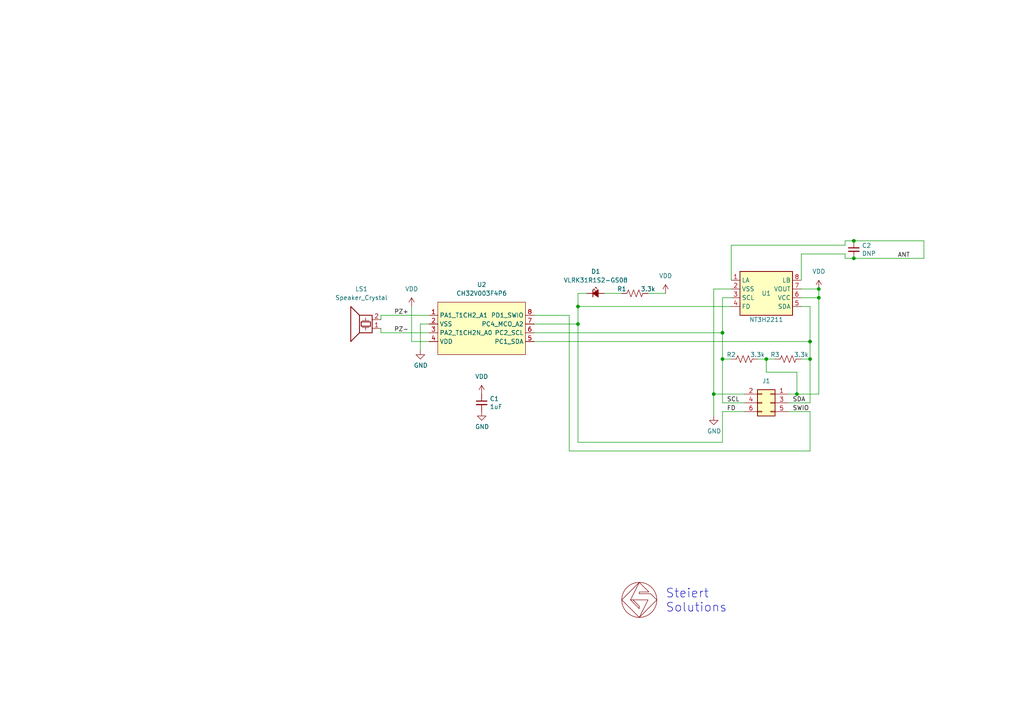
<source format=kicad_sch>
(kicad_sch (version 20230121) (generator eeschema)
  (paper "A4")
  (lib_symbols
    (symbol "Connector_Generic:Conn_02x03_Odd_Even" (pin_names (offset 1.016) hide)
      (property "Reference" "J" (at 1.27 5.08 0))
      (property "Value" "Conn_02x03_Odd_Even" (at 1.27 -5.08 0))
      (symbol "Conn_02x03_Odd_Even_1_1"
        (rectangle (start -1.27 -2.413) (end 0 -2.667) (stroke (width 0.1524)))
        (rectangle (start -1.27 0.127) (end 0 -0.127) (stroke (width 0.1524)))
        (rectangle (start -1.27 2.667) (end 0 2.413) (stroke (width 0.1524)))
        (rectangle (start -1.27 3.81) (end 3.81 -3.81) (stroke (width 0.254)) (fill (type background)))
        (rectangle (start 3.81 -2.413) (end 2.54 -2.667) (stroke (width 0.1524)))
        (rectangle (start 3.81 0.127) (end 2.54 -0.127) (stroke (width 0.1524)))
        (rectangle (start 3.81 2.667) (end 2.54 2.413) (stroke (width 0.1524)))
        (pin passive line (at -5.08 2.54 0) (length 3.81) (name "Pin_1") (number "1"))
        (pin passive line (at 7.62 2.54 180) (length 3.81) (name "Pin_2") (number "2"))
        (pin passive line (at -5.08 0 0) (length 3.81) (name "Pin_3") (number "3"))
        (pin passive line (at 7.62 0 180) (length 3.81) (name "Pin_4") (number "4"))
        (pin passive line (at -5.08 -2.54 0) (length 3.81) (name "Pin_5") (number "5"))
        (pin passive line (at 7.62 -2.54 180) (length 3.81) (name "Pin_6") (number "6"))
      )
    )
    (symbol "Device:C_Small" (pin_numbers hide) (pin_names (offset 0.254) hide)
      (property "Reference" "C" (at 0.254 1.778 0))
      (property "Value" "C_Small" (at 0.254 -2.032 0))
      (symbol "C_Small_0_1"
        (polyline (pts (xy -1.524 -0.508) (xy 1.524 -0.508)) (stroke (width 0.3302)))
        (polyline (pts (xy -1.524 0.508) (xy 1.524 0.508)) (stroke (width 0.3048)))
      )
      (symbol "C_Small_1_1"
        (pin passive line (at 0 2.54 270) (length 2.032) (name "~") (number "1"))
        (pin passive line (at 0 -2.54 90) (length 2.032) (name "~") (number "2"))
      )
    )
    (symbol "Device:LED_Small_Filled" (pin_numbers hide) (pin_names (offset 0.254) hide)
      (property "Reference" "D" (at -1.27 3.175 0))
      (property "Value" "LED_Small_Filled" (at -4.445 -2.54 0))
      (symbol "LED_Small_Filled_0_1"
        (polyline (pts (xy -0.762 -1.016) (xy -0.762 1.016)) (stroke (width 0.254)))
        (polyline (pts (xy 1.016 0) (xy -0.762 0)))
        (polyline (pts (xy 0.762 -1.016) (xy -0.762 0) (xy 0.762 1.016) (xy 0.762 -1.016)) (stroke (width 0.254)) (fill (type outline)))
        (polyline (pts (xy 0 0.762) (xy -0.508 1.27) (xy -0.254 1.27) (xy -0.508 1.27) (xy -0.508 1.016)))
        (polyline (pts (xy 0.508 1.27) (xy 0 1.778) (xy 0.254 1.778) (xy 0 1.778) (xy 0 1.524)))
      )
      (symbol "LED_Small_Filled_1_1"
        (pin passive line (at -2.54 0 0) (length 1.778) (name "K") (number "1"))
        (pin passive line (at 2.54 0 180) (length 1.778) (name "A") (number "2"))
      )
    )
    (symbol "Device:R_US" (pin_numbers hide) (pin_names (offset 0))
      (property "Reference" "R" (at 2.54 0 90))
      (property "Value" "R_US" (at -2.54 0 90))
      (symbol "R_US_0_1"
        (polyline (pts (xy 0 -2.286) (xy 0 -2.54)))
        (polyline (pts (xy 0 2.286) (xy 0 2.54)))
        (polyline (pts (xy 0 -0.762) (xy 1.016 -1.143) (xy 0 -1.524) (xy -1.016 -1.905) (xy 0 -2.286)))
        (polyline (pts (xy 0 0.762) (xy 1.016 0.381) (xy 0 0) (xy -1.016 -0.381) (xy 0 -0.762)))
        (polyline (pts (xy 0 2.286) (xy 1.016 1.905) (xy 0 1.524) (xy -1.016 1.143) (xy 0 0.762)))
      )
      (symbol "R_US_1_1"
        (pin passive line (at 0 3.81 270) (length 1.27) (name "~") (number "1"))
        (pin passive line (at 0 -3.81 90) (length 1.27) (name "~") (number "2"))
      )
    )
    (symbol "Device:Speaker_Crystal" (pin_names (offset 0) hide)
      (property "Reference" "LS" (at 0.635 5.715 0))
      (property "Value" "Speaker_Crystal" (at 0.635 3.81 0))
      (symbol "Speaker_Crystal_0_0"
        (rectangle (start -2.54 1.27) (end 1.143 -3.81) (stroke (width 0.254)))
        (rectangle (start -2.032 -0.635) (end 0.635 -1.905) (stroke (width 0.254)))
        (polyline (pts (xy -1.651 -2.286) (xy 0.381 -2.286)))
        (polyline (pts (xy -1.651 -0.254) (xy 0.381 -0.254)))
        (polyline (pts (xy -0.635 -2.286) (xy -0.635 -3.048)))
        (polyline (pts (xy -0.635 -0.254) (xy -0.635 0.508)))
        (polyline (pts (xy 1.143 1.27) (xy 3.683 3.81) (xy 3.683 -6.35) (xy 1.143 -3.81)) (stroke (width 0.254)))
      )
      (symbol "Speaker_Crystal_1_1"
        (pin input line (at -5.08 0 0) (length 2.54) (name "1") (number "1"))
        (pin input line (at -5.08 -2.54 0) (length 2.54) (name "2") (number "2"))
      )
    )
    (symbol "custom:CH32V003J4M6"
      (property "Reference" "U2" (at 0 5.08 0))
      (property "Value" "CH32V003J4M6" (at 0 2.54 0))
      (symbol "CH32V003J4M6_0_1"
        (rectangle (start -12.7 3.81) (end 12.7 -11.43) (stroke (width 0.1524)) (fill (type background)))
      )
      (symbol "CH32V003J4M6_1_0"
        (pin bidirectional line (at 15.24 0 180) (length 2.54) (name "PD1_SWIO") (number "8"))
      )
      (symbol "CH32V003J4M6_1_1"
        (pin bidirectional line (at -15.24 0 0) (length 2.54) (name "PA1_T1CH2_A1") (number "1"))
        (pin power_in line (at -15.24 -2.54 0) (length 2.54) (name "VSS") (number "2"))
        (pin bidirectional line (at -15.24 -5.08 0) (length 2.54) (name "PA2_T1CH2N_A0") (number "3"))
        (pin power_in line (at -15.24 -7.62 0) (length 2.54) (name "VDD") (number "4"))
        (pin bidirectional line (at 15.24 -7.62 180) (length 2.54) (name "PC1_SDA") (number "5"))
        (pin bidirectional line (at 15.24 -5.08 180) (length 2.54) (name "PC2_SCL") (number "6"))
        (pin bidirectional line (at 15.24 -2.54 180) (length 2.54) (name "PC4_MCO_A2") (number "7"))
      )
    )
    (symbol "custom:NTAG_I2C_PLUS_XQFN8"
      (property "Reference" "U1" (at 0 -1.27 0))
      (property "Value" "NT3H2211" (at 0 -8.89 0))
      (symbol "NTAG_I2C_PLUS_XQFN8_1_1"
        (rectangle (start -7.62 5.08) (end 7.62 -7.62) (stroke (width 0.254)) (fill (type background)))
        (pin input line (at -10.16 2.54 0) (length 2.54) (name "LA") (number "1"))
        (pin input line (at -10.16 0 0) (length 2.54) (name "VSS") (number "2"))
        (pin input line (at -10.16 -2.54 0) (length 2.54) (name "SCL") (number "3"))
        (pin power_in line (at -10.16 -5.08 0) (length 2.54) (name "FD") (number "4"))
        (pin bidirectional line (at 10.16 -5.08 180) (length 2.54) (name "SDA") (number "5"))
        (pin input line (at 10.16 -2.54 180) (length 2.54) (name "VCC") (number "6"))
        (pin input line (at 10.16 0 180) (length 2.54) (name "VOUT") (number "7"))
        (pin power_in line (at 10.16 2.54 180) (length 2.54) (name "LB") (number "8"))
      )
    )
    (symbol "nfc-tst-rescue:GS_logo-custom" (pin_numbers hide) (pin_names (offset 0) hide)
      (symbol "GS_logo-custom_0_1"
        (polyline (pts (xy 0 -5.08) (xy 5.08 0)))
        (polyline (pts (xy -2.54 0) (xy 0 -2.54) (xy 0 -1.8288) (xy -1.8288 0)))
        (polyline (pts (xy 0 5.08) (xy -5.08 0) (xy 0 -5.08) (xy 2.54 0) (xy -2.54 0) (xy 0 5.08)))
        (polyline (pts (xy 5.08 0) (xy 3.302 1.778) (xy 0 1.778) (xy 0 2.286) (xy 2.794 2.286) (xy 0 5.08)))
        (circle (center 0 0) (radius 5.08))
      )
      (symbol "GS_logo-custom_1_1"
        (pin unspecified line (at 0 0 90) (length 0) hide (name "GS") (number "1"))
      )
    )
    (symbol "power:GND" (power) (pin_names (offset 0))
      (property "Value" "GND" (at 0 -3.81 0))
      (symbol "GND_0_1"
        (polyline (pts (xy 0 0) (xy 0 -1.27) (xy 1.27 -1.27) (xy 0 -2.54) (xy -1.27 -1.27) (xy 0 -1.27)))
      )
      (symbol "GND_1_1"
        (pin power_in line (at 0 0 270) (length 0) hide (name "GND") (number "1"))
      )
    )
    (symbol "power:VDD" (power) (pin_names (offset 0))
      (property "Value" "VDD" (at 0 3.81 0))
      (symbol "VDD_0_1"
        (polyline (pts (xy -0.762 1.27) (xy 0 2.54)))
        (polyline (pts (xy 0 0) (xy 0 2.54)))
        (polyline (pts (xy 0 2.54) (xy 0.762 1.27)))
      )
      (symbol "VDD_1_1"
        (pin power_in line (at 0 0 90) (length 0) hide (name "VDD") (number "1"))
      )
    )
  )
  (junction (at 209.55 104.14))
  (junction (at 247.65 74.93))
  (junction (at 234.95 104.14))
  (junction (at 207.01 114.3))
  (junction (at 247.65 69.85))
  (junction (at 167.64 88.9))
  (junction (at 209.55 96.52))
  (junction (at 231.14 114.3))
  (junction (at 237.49 83.82))
  (junction (at 222.25 104.14))
  (junction (at 237.49 86.36))
  (junction (at 167.64 93.98))
  (junction (at 234.95 99.06))
  (wire (pts (xy 237.49 86.36) (xy 237.49 83.82)))
  (wire (pts (xy 231.14 107.95) (xy 231.14 114.3)))
  (wire (pts (xy 209.55 96.52) (xy 209.55 86.36)))
  (wire (pts (xy 167.64 88.9) (xy 167.64 85.09)))
  (wire (pts (xy 207.01 114.3) (xy 207.01 83.82)))
  (wire (pts (xy 167.64 93.98) (xy 167.64 88.9)))
  (wire (pts (xy 234.95 88.9) (xy 234.95 99.06)))
  (wire (pts (xy 232.41 104.14) (xy 234.95 104.14)))
  (wire (pts (xy 110.49 96.52) (xy 124.46 96.52)))
  (wire (pts (xy 231.14 114.3) (xy 228.6 114.3)))
  (wire (pts (xy 121.92 101.6) (xy 121.92 93.98)))
  (wire (pts (xy 209.55 104.14) (xy 212.09 104.14)))
  (wire (pts (xy 219.71 104.14) (xy 222.25 104.14)))
  (wire (pts (xy 207.01 83.82) (xy 212.09 83.82)))
  (wire (pts (xy 245.11 74.93) (xy 245.11 73.66)))
  (wire (pts (xy 207.01 120.65) (xy 207.01 114.3)))
  (wire (pts (xy 209.55 119.38) (xy 209.55 128.27)))
  (wire (pts (xy 245.11 69.85) (xy 247.65 69.85)))
  (wire (pts (xy 232.41 73.66) (xy 232.41 81.28)))
  (wire (pts (xy 212.09 86.36) (xy 209.55 86.36)))
  (wire (pts (xy 222.25 107.95) (xy 231.14 107.95)))
  (wire (pts (xy 110.49 95.25) (xy 110.49 96.52)))
  (wire (pts (xy 124.46 99.06) (xy 119.38 99.06)))
  (wire (pts (xy 110.49 91.44) (xy 124.46 91.44)))
  (wire (pts (xy 245.11 71.12) (xy 245.11 69.85)))
  (wire (pts (xy 228.6 116.84) (xy 234.95 116.84)))
  (wire (pts (xy 167.64 93.98) (xy 167.64 128.27)))
  (wire (pts (xy 121.92 93.98) (xy 124.46 93.98)))
  (wire (pts (xy 209.55 96.52) (xy 209.55 104.14)))
  (wire (pts (xy 232.41 73.66) (xy 245.11 73.66)))
  (wire (pts (xy 234.95 104.14) (xy 234.95 99.06)))
  (wire (pts (xy 212.09 71.12) (xy 245.11 71.12)))
  (wire (pts (xy 165.1 130.81) (xy 234.95 130.81)))
  (wire (pts (xy 212.09 71.12) (xy 212.09 81.28)))
  (wire (pts (xy 207.01 114.3) (xy 215.9 114.3)))
  (wire (pts (xy 222.25 104.14) (xy 222.25 107.95)))
  (wire (pts (xy 175.26 85.09) (xy 180.34 85.09)))
  (wire (pts (xy 209.55 116.84) (xy 209.55 104.14)))
  (wire (pts (xy 237.49 114.3) (xy 231.14 114.3)))
  (wire (pts (xy 167.64 85.09) (xy 170.18 85.09)))
  (wire (pts (xy 237.49 86.36) (xy 237.49 114.3)))
  (wire (pts (xy 165.1 91.44) (xy 165.1 130.81)))
  (wire (pts (xy 232.41 86.36) (xy 237.49 86.36)))
  (wire (pts (xy 167.64 88.9) (xy 212.09 88.9)))
  (wire (pts (xy 215.9 119.38) (xy 209.55 119.38)))
  (wire (pts (xy 154.94 96.52) (xy 209.55 96.52)))
  (wire (pts (xy 119.38 99.06) (xy 119.38 88.9)))
  (wire (pts (xy 154.94 99.06) (xy 234.95 99.06)))
  (wire (pts (xy 187.96 85.09) (xy 193.04 85.09)))
  (wire (pts (xy 154.94 93.98) (xy 167.64 93.98)))
  (wire (pts (xy 247.65 74.93) (xy 245.11 74.93)))
  (wire (pts (xy 234.95 88.9) (xy 232.41 88.9)))
  (wire (pts (xy 247.65 69.85) (xy 267.97 69.85)))
  (wire (pts (xy 234.95 119.38) (xy 228.6 119.38)))
  (wire (pts (xy 267.97 69.85) (xy 267.97 74.93)))
  (wire (pts (xy 267.97 74.93) (xy 247.65 74.93)))
  (wire (pts (xy 222.25 104.14) (xy 224.79 104.14)))
  (wire (pts (xy 232.41 83.82) (xy 237.49 83.82)))
  (wire (pts (xy 215.9 116.84) (xy 209.55 116.84)))
  (wire (pts (xy 234.95 119.38) (xy 234.95 130.81)))
  (wire (pts (xy 110.49 91.44) (xy 110.49 92.71)))
  (wire (pts (xy 154.94 91.44) (xy 165.1 91.44)))
  (wire (pts (xy 234.95 116.84) (xy 234.95 104.14)))
  (wire (pts (xy 209.55 128.27) (xy 167.64 128.27)))
  (text "Steiert\nSolutions" (at 193.04 177.8 0) (effects (font (size 2.54 2.54)) (justify left bottom)))
  (label "FD" (at 210.82 119.38 0))
  (label "PZ-" (at 114.3 96.52 0))
  (label "ANT" (at 260.35 74.93 0))
  (label "SWIO" (at 229.87 119.38 0))
  (label "SCL" (at 210.82 116.84 0))
  (label "PZ+" (at 114.3 91.44 0))
  (label "SDA" (at 229.87 116.84 0))
  (symbol (lib_id "Device:C_Small") (at 139.7 116.84 0) (unit 1)
    (property "Reference" "C1" (at 142.0368 115.6716 0) (effects (justify left)))
    (property "Value" "1uF" (at 142.0368 117.983 0) (effects (justify left)))
    (property "Footprint" "Capacitor_SMD:C_0805_2012Metric_Pad1.18x1.45mm_HandSolder" (effects hide))
    (property "LCSC" "C126592" (effects hide))
    (property "MPN" "GCM21BR71H105KA03L" (effects hide))
    (property "JLC" "0805" (effects hide))
  )
  (symbol (lib_id "power:GND") (at 139.7 119.38 0) (unit 1)
    (property "Reference" "#PWR04" (effects hide))
    (property "Value" "GND" (at 139.827 123.7742 0))
  )
  (symbol (lib_id "Device:C_Small") (at 247.65 72.39 0) (unit 1) (in_bom no)
    (property "Reference" "C2" (at 249.9868 71.2216 0) (effects (justify left)))
    (property "Value" "DNP" (at 249.9868 73.533 0) (effects (justify left)))
    (property "Footprint" "Capacitor_SMD:C_0603_1608Metric" (effects hide))
  )
  (symbol (lib_id "nfc-tst-rescue:GS_logo-custom") (at 185.42 173.99 0) (unit 1) (in_bom no) (on_board no)
    (property "Reference" "GS1" (effects hide))
    (property "Value" "DNP" (effects hide))
    (property "Footprint" "footprint:gs_logo_200mil" (effects hide))
  )
  (symbol (lib_id "Device:Speaker_Crystal") (at 105.41 95.25 180) (unit 1)
    (property "Reference" "LS1" (at 104.8385 83.82 0))
    (property "Value" "Speaker_Crystal" (at 104.8385 86.36 0))
    (property "Footprint" "custom:Buzzer_Murata_PKLCS1212E_handy" (effects hide))
    (property "MPN" "PKLCS1212E20A0-R1" (effects hide))
    (property "LCSC" "C184513" (effects hide))
  )
  (symbol (lib_id "power:VDD") (at 119.38 88.9 0) (unit 1)
    (property "Reference" "#PWR07" (effects hide))
    (property "Value" "VDD" (at 119.38 83.82 0))
  )
  (symbol (lib_id "power:GND") (at 121.92 101.6 0) (unit 1)
    (property "Reference" "#PWR03" (effects hide))
    (property "Value" "GND" (at 122.047 105.9942 0))
  )
  (symbol (lib_id "power:VDD") (at 139.7 114.3 0) (unit 1)
    (property "Reference" "#PWR08" (effects hide))
    (property "Value" "VDD" (at 139.7 109.22 0))
  )
  (symbol (lib_id "Device:R_US") (at 228.6 104.14 270) (unit 1)
    (property "Reference" "R3" (at 224.79 102.87 90))
    (property "Value" "3.3k" (at 232.41 102.87 90))
    (property "Footprint" "Resistor_SMD:R_0805_2012Metric_Pad1.20x1.40mm_HandSolder" (effects hide))
    (property "LCSC" "C114531" (effects hide))
    (property "MPN" "RC0805FR-073K3L" (effects hide))
    (property "JLC" "0805" (effects hide))
  )
  (symbol (lib_id "power:GND") (at 207.01 120.65 0) (unit 1)
    (property "Reference" "#PWR01" (effects hide))
    (property "Value" "GND" (at 207.137 125.0442 0))
  )
  (symbol (lib_id "custom:CH32V003J4M6") (at 139.7 91.44 0) (unit 1)
    (property "Reference" "U2" (at 139.7 82.55 0))
    (property "Value" "CH32V003F4P6" (at 139.7 85.09 0))
    (property "Footprint" "Package_SO:SOP-8_3.9x4.9mm_P1.27mm" (effects hide))
    (property "Datasheet" "https://datasheet.lcsc.com/lcsc/2302231730_WCH-Jiangsu-Qin-Heng-CH32V003F4U6_C5299908.pdf" (effects hide))
    (property "LCSC" "C5346354" (effects hide))
    (property "MPN" "CH32V003J4M6" (effects hide))
    (property "JLC" "SO8_3.9mm" (effects hide))
  )
  (symbol (lib_id "Device:R_US") (at 184.15 85.09 270) (unit 1)
    (property "Reference" "R1" (at 180.34 83.82 90))
    (property "Value" "3.3k" (at 187.96 83.82 90))
    (property "Footprint" "Resistor_SMD:R_0805_2012Metric_Pad1.20x1.40mm_HandSolder" (effects hide))
    (property "LCSC" "C114531" (effects hide))
    (property "MPN" "RC0805FR-073K3L" (effects hide))
    (property "JLC" "0805" (effects hide))
  )
  (symbol (lib_id "power:VDD") (at 193.04 85.09 0) (unit 1)
    (property "Reference" "#PWR011" (effects hide))
    (property "Value" "VDD" (at 193.04 80.01 0))
  )
  (symbol (lib_id "Device:R_US") (at 215.9 104.14 270) (unit 1)
    (property "Reference" "R2" (at 212.09 102.87 90))
    (property "Value" "3.3k" (at 219.71 102.87 90))
    (property "Footprint" "Resistor_SMD:R_0805_2012Metric_Pad1.20x1.40mm_HandSolder" (effects hide))
    (property "LCSC" "C114531" (effects hide))
    (property "MPN" "RC0805FR-073K3L" (effects hide))
    (property "JLC" "0805" (effects hide))
  )
  (symbol (lib_id "Device:LED_Small_Filled") (at 172.72 85.09 0) (unit 1)
    (property "Reference" "D1" (at 172.7835 78.74 0))
    (property "Value" "VLRK31R1S2-GS08" (at 172.7835 81.28 0))
    (property "Footprint" "custom:LED_3228_Reverse_HandSolder" (effects hide))
    (property "LCSC" "C5346037" (effects hide))
    (property "MPN" "VLRK31R1S2-GS08" (effects hide))
  )
  (symbol (lib_id "power:VDD") (at 237.49 83.82 0) (unit 1)
    (property "Reference" "#PWR02" (effects hide))
    (property "Value" "VDD" (at 237.49 78.74 0))
  )
  (symbol (lib_id "custom:NTAG_I2C_PLUS_XQFN8") (at 222.25 83.82 0) (unit 1)
    (property "Reference" "U1" (at 222.25 85.09 0))
    (property "Value" "NT3H2211" (at 222.25 92.71 0))
    (property "Footprint" "Package_SO:SO-8_3.9x4.9mm_P1.27mm" (effects hide))
    (property "Datasheet" "https://www.nxp.com/docs/en/data-sheet/NT3H2111_2211.pdf" (effects hide))
    (property "LCSC" "C2654821" (effects hide))
    (property "MPN" "NT3H2211W0FT1X" (effects hide))
    (property "JLC" "SO8_3.9mm" (effects hide))
  )
  (symbol (lib_id "Connector_Generic:Conn_02x03_Odd_Even") (at 223.52 116.84 0) (mirror y) (unit 1) (in_bom no)
    (property "Reference" "J1" (at 222.25 110.49 0))
    (property "Value" "DNP" (effects hide))
    (property "Footprint" "custom:PinHeader_2x03_P2.54mm_Staggered" (effects hide))
  )
)
</source>
